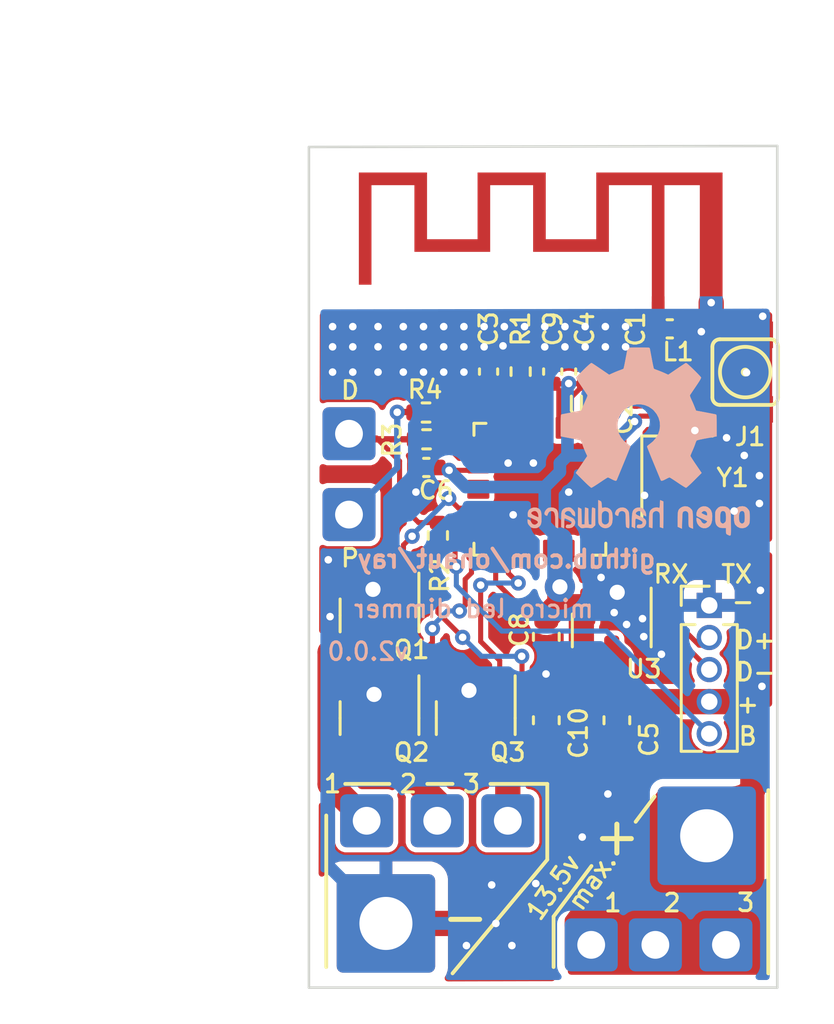
<source format=kicad_pcb>
(kicad_pcb (version 20211014) (generator pcbnew)
  (layers (0 "F.Cu" signal) (31 "B.Cu" signal) (34 "B.Paste" user) (35 "F.Paste" user) (36 "B.SilkS" user "B.Silkscreen") (37 "F.SilkS" user "F.Silkscreen") (38 "B.Mask" user) (39 "F.Mask" user) (44 "Edge.Cuts" user))
  (net 0 "")
  (net 1 "Net-(AE1-Pad1)")
  (net 2 "GND")
  (net 3 "Net-(C2-Pad1)")
  (net 8 "+3V3")
  (net 9 "Net-(P7-Pad1)")
  (net 11 "/PWM_DIMMER1")
  (net 12 "/BOOT")
  (net 13 "/PWM_DIMMER2")
  (net 14 "/PWM_DIMMER3")
  (net 15 "/TX")
  (net 22 "VIN")
  (net 23 "/USB_D-")
  (net 24 "Net-(U1-Pad29)")
  (net 25 "Net-(U1-Pad30)")
  (net 26 "/USB_D+")
  (net 27 "Net-(C3-Pad1)")
  (net 28 "/L1_GND")
  (net 29 "/L2_GND")
  (net 30 "/L3_GND")
  (net 31 "/RX")
  (net 32 "Net-(P4-Pad1)")
  (net 33 "Net-(R3-Pad2)")
  (net 34 "Net-(J1-Pad1)")
  (net 35 "Net-(U1-Pad9)")
  (footprint "Capacitor_SMD:C_0603_1608Metric" (layer "F.Cu") (at 140.462 109.982 -90)
    (fp_text reference "C10")
    (fp_text value "10uF")
  )
  (footprint "Connector_Wire:SolderWire-0.5sqmm_1x01_D0.9mm_OD2.1mm" (layer "F.Cu") (at 142.24 118.872)
    (fp_text reference "P2" hide)
    (fp_text value "PAD")
  )
  (footprint "Resistor_SMD:R_0402_1005Metric" (layer "F.Cu") (at 135.7 97.8)
    (fp_text reference "R4")
    (fp_text value "100")
  )
  (footprint "Capacitor_SMD:C_0402_1005Metric" (layer "F.Cu") (at 143.51 96.52 90)
    (fp_text reference "C2")
    (fp_text value "TBD" hide)
  )
  (footprint "Capacitor_SMD:C_0402_1005Metric" (layer "F.Cu") (at 145.3896 97.9424)
    (fp_text reference "C7")
    (fp_text value "1uF" hide)
  )
  (footprint "Capacitor_SMD:C_0402_1005Metric" (layer "F.Cu") (at 145.35 94.488)
    (fp_text reference "C1")
    (fp_text value "TBD" hide)
  )
  (footprint "Package_TO_SOT_SMD:SOT-23" (layer "F.Cu") (at 133.858 105.832 -90)
    (fp_text reference "Q1")
    (fp_text value "TSM2314 or IRLML6344TRPbF")
  )
  (footprint "Connector_Wire:SolderWirePad_1x01_SMD_1x2mm" (layer "F.Cu") (at 145.5928 103.124 90)
    (fp_text reference "P6" hide)
    (fp_text value "PAD")
  )
  (footprint "RF:coaxial_u.fl-r-smt-1" (layer "F.Cu") (at 148.3375 96.2 -90)
    (fp_text reference "J1")
    (fp_text value "Conn_Coaxial" hide)
  )
  (footprint "Connector_Wire:SolderWire-0.5sqmm_1x01_D0.9mm_OD2.1mm" (layer "F.Cu") (at 144.78 118.872)
    (fp_text reference "P1" hide)
    (fp_text value "PAD")
  )
  (footprint "Connector_PinHeader_1.27mm:PinHeader_1x05_P1.27mm_Vertical" (layer "F.Cu") (at 146.9136 105.4354)
    (fp_text reference "PG1" hide)
    (fp_text value "CONN_01X04")
  )
  (footprint "Crystal:Crystal_SMD_2520-4Pin_2.5x2.0mm" (layer "F.Cu") (at 145.6436 100.3808 -90)
    (fp_text reference "Y1")
    (fp_text value "40Mhz" hide)
  )
  (footprint "Connector_Wire:SolderWire-1.5sqmm_1x01_D1.7mm_OD3.9mm" (layer "F.Cu") (at 146.812 114.554)
    (fp_text reference "VIN1" hide)
    (fp_text value "WIRE")
  )
  (footprint "Resistor_SMD:R_0402_1005Metric" (layer "F.Cu") (at 136.1694 102.6668 90)
    (fp_text reference "R2")
    (fp_text value "10k")
  )
  (footprint "Connector_Wire:SolderWire-1.5sqmm_1x01_D1.7mm_OD3.9mm" (layer "F.Cu") (at 134.112 118.024)
    (fp_text reference "GND1" hide)
    (fp_text value "WIRE")
  )
  (footprint "Capacitor_SMD:C_0402_1005Metric" (layer "F.Cu") (at 138.176 96.18 90)
    (fp_text reference "C3")
    (fp_text value "100nF")
  )
  (footprint "Package_DFN_QFN:QFN-32-1EP_5x5mm_P0.5mm_EP3.45x3.45mm" (layer "F.Cu") (at 140.208 100.838 -90)
    (fp_text reference "U1")
    (fp_text value "ESP32-C3" hide)
  )
  (footprint "Capacitor_SMD:C_0603_1608Metric" (layer "F.Cu") (at 143.256 109.982 -90)
    (fp_text reference "C5")
    (fp_text value "10uF")
  )
  (footprint "Connector_Wire:SolderWire-0.5sqmm_1x01_D0.9mm_OD2.1mm" (layer "F.Cu") (at 138.938 113.96)
    (fp_text reference "N3" hide)
    (fp_text value "PAD")
  )
  (footprint "Resistor_SMD:R_0402_1005Metric" (layer "F.Cu") (at 135.72 98.86)
    (fp_text reference "R3")
    (fp_text value "4k7")
  )
  (footprint "Package_TO_SOT_SMD:SOT-23" (layer "F.Cu") (at 133.858 109.896 -90)
    (fp_text reference "Q2")
    (fp_text value "TSM2314 or IRLML6344TRPbF")
  )
  (footprint "Capacitor_SMD:C_0402_1005Metric" (layer "F.Cu") (at 141.986 96.18 90)
    (fp_text reference "C4")
    (fp_text value "1uF" hide)
  )
  (footprint "Connector_Wire:SolderWire-0.5sqmm_1x01_D0.9mm_OD2.1mm" (layer "F.Cu") (at 132.65 101.84)
    (fp_text reference "P7" hide)
    (fp_text value "PUSH")
  )
  (footprint "Inductor_SMD:L_0402_1005Metric" (layer "F.Cu") (at 144.8 95.968 -90)
    (fp_text reference "L1")
    (fp_text value "TBD" hide)
  )
  (footprint "Resistor_SMD:R_0402_1005Metric" (layer "F.Cu") (at 139.446 96.18 -90)
    (fp_text reference "R1")
    (fp_text value "100k")
  )
  (footprint "Inductor_SMD:L_0402_1005Metric" (layer "F.Cu") (at 145.315 96.4)
    (fp_text reference "L2" hide)
    (fp_text value "TBD")
  )
  (footprint "Capacitor_SMD:C_0402_1005Metric" (layer "F.Cu") (at 135.7122 99.9744 180)
    (fp_text reference "C6")
    (fp_text value "1uF" hide)
  )
  (footprint "Connector_Wire:SolderWirePad_1x01_SMD_1x2mm" (layer "F.Cu") (at 147.955 103.124 90)
    (fp_text reference "P5" hide)
    (fp_text value "PAD")
  )
  (footprint "Capacitor_SMD:C_0603_1608Metric" (layer "F.Cu") (at 140.462 106.68 -90)
    (fp_text reference "C8")
    (fp_text value "10uF")
  )
  (footprint "RF_Antenna:Texas_SWRA117D_2.4GHz_Left" (layer "F.Cu") (at 144.89 93.4505)
    (fp_text reference "AE1" hide)
    (fp_text value "Antenna" hide)
  )
  (footprint "Connector_Wire:SolderWire-0.5sqmm_1x01_D0.9mm_OD2.1mm" (layer "F.Cu") (at 136.144 113.96)
    (fp_text reference "N2" hide)
    (fp_text value "PAD")
  )
  (footprint "Connector_Wire:SolderWire-0.5sqmm_1x01_D0.9mm_OD2.1mm" (layer "F.Cu") (at 133.35 113.96)
    (fp_text reference "N1" hide)
    (fp_text value "PAD")
  )
  (footprint "Package_TO_SOT_SMD:SOT-23" (layer "F.Cu") (at 143.0528 106.426 -90)
    (fp_text reference "U3")
    (fp_text value "AP2210N-3.3TRG1" hide)
  )
  (footprint "Connector_Wire:SolderWire-0.5sqmm_1x01_D0.9mm_OD2.1mm" (layer "F.Cu") (at 147.574 118.872)
    (fp_text reference "P3" hide)
    (fp_text value "PAD")
  )
  (footprint "Connector_Wire:SolderWire-0.5sqmm_1x01_D0.9mm_OD2.1mm" (layer "F.Cu") (at 132.65 98.64)
    (fp_text reference "P4" hide)
    (fp_text value "RGB_OUT")
  )
  (footprint "Package_TO_SOT_SMD:SOT-23" (layer "F.Cu") (at 137.668 109.896 -90)
    (fp_text reference "Q3")
    (fp_text value "TSM2314 or IRLML6344TRPbF")
  )
  (footprint "Capacitor_SMD:C_0402_1005Metric" (layer "F.Cu") (at 140.716 96.18 90)
    (fp_text reference "C9")
    (fp_text value "1uF" hide)
  )
  (footprint "Symbol:OSHW-Logo2_9.8x8mm_SilkScreen" (layer "B.Cu") (at 144.12 98.94 180)
    (fp_text reference "REF**" hide)
    (fp_text value "OSHW-Logo2_9.8x8mm_SilkScreen" hide)
  )
  (gr_line (start 136.75 112.5) (end 135.75 112.5) (layer "F.SilkS") (width 0.15))
  (gr_line (start 144 114) (end 144.75 113) (layer "F.SilkS") (width 0.15))
  (gr_line (start 149.25 112.75) (end 149.25 120) (layer "F.SilkS") (width 0.15))
  (gr_line (start 140.5 115.5) (end 140.5 112.5) (layer "F.SilkS") (width 0.15))
  (gr_line (start 134.25 112.5) (end 132.5 112.5) (layer "F.SilkS") (width 0.15))
  (gr_line (start 140.5 112.5) (end 138.25 112.5) (layer "F.SilkS") (width 0.15))
  (gr_line (start 131.75 113.75) (end 131.75 119.75) (layer "F.SilkS") (width 0.15))
  (gr_line (start 140.75 119.75) (end 140.75 117.75) (layer "F.SilkS") (width 0.15))
  (gr_line (start 140.75 117.75) (end 142.25 115.75) (layer "F.SilkS") (width 0.15))
  (gr_line (start 136.75 120) (end 140.5 115.5) (layer "F.SilkS") (width 0.15))
  (gr_line (start 149.606 87.249) (end 149.606 120.564) (layer "Edge.Cuts") (width 0.1))
  (gr_line (start 149.606 120.564) (end 131.064 120.564) (layer "Edge.Cuts") (width 0.1))
  (gr_line (start 131.064 87.29) (end 149.606 87.249) (layer "Edge.Cuts") (width 0.1))
  (gr_line (start 131.064 120.564) (end 131.064 87.29) (layer "Edge.Cuts") (width 0.1))
  (gr_text "micro led dimmer" (at 137.59 105.57) (layer "B.SilkS") (effects (font (size 0.7 0.7) (thickness 0.12)) (justify mirror)))
  (gr_text "github.com/ohaut/ray" (at 138.88 103.6) (layer "B.SilkS") (effects (font (size 0.7 0.7)) (justify mirror)))
  (gr_text "v2.0.0" (at 133.4 107.26) (layer "B.SilkS") (effects (font (size 0.7 0.7) (thickness 0.12)) (justify mirror)))
  (gr_text "+" (at 148.4376 109.3414) (layer "F.SilkS") (effects (font (size 0.7 0.7) (thickness 0.12))))
  (gr_text "13.5v\n    max." (at 141.2 116.91 55) (layer "F.SilkS") (effects (font (size 0.7 0.7) (thickness 0.12))))
  (gr_text "D+" (at 148.75 106.8014) (layer "F.SilkS") (effects (font (size 0.7 0.7) (thickness 0.12))))
  (gr_text "3" (at 148.36 117.2) (layer "F.SilkS") (effects (font (size 0.7 0.7) (thickness 0.12))))
  (gr_text "RX" (at 145.4 104.2) (layer "F.SilkS") (effects (font (size 0.7 0.7) (thickness 0.12))))
  (gr_text "-\n" (at 148.25 105.2774) (layer "F.SilkS") (effects (font (size 0.7 0.7) (thickness 0.12))))
  (gr_text "D" (at 132.69 96.92) (layer "F.SilkS") (effects (font (size 0.7 0.7) (thickness 0.12))))
  (gr_text "+" (at 143.256 114.554) (layer "F.SilkS") (effects (font (size 1.5 1.5) (thickness 0.2))))
  (gr_text "3" (at 137.5 112.5) (layer "F.SilkS") (effects (font (size 0.7 0.7) (thickness 0.12))))
  (gr_text "1" (at 143.1 117.21) (layer "F.SilkS") (effects (font (size 0.7 0.7) (thickness 0.12))))
  (gr_text "2" (at 145.44 117.21) (layer "F.SilkS") (effects (font (size 0.7 0.7) (thickness 0.12))))
  (gr_text "1" (at 132 112.5) (layer "F.SilkS") (effects (font (size 0.7 0.7) (thickness 0.12))))
  (gr_text "P" (at 132.69 103.56) (layer "F.SilkS") (effects (font (size 0.7 0.7) (thickness 0.12))))
  (gr_text "TX\n" (at 148 104.2) (layer "F.SilkS") (effects (font (size 0.7 0.7) (thickness 0.12))))
  (gr_text "-" (at 137.25 117.75) (layer "F.SilkS") (effects (font (size 1.5 1.5) (thickness 0.2))))
  (gr_text "2" (at 135 112.5) (layer "F.SilkS") (effects (font (size 0.7 0.7) (thickness 0.12))))
  (gr_text "B" (at 148.4376 110.6114) (layer "F.SilkS") (effects (font (size 0.7 0.7) (thickness 0.12))))
  (gr_text "D-" (at 148.75 108.0714) (layer "F.SilkS") (effects (font (size 0.7 0.7) (thickness 0.12))))
  (segment (start 144.89 94.468) (end 144.87 94.488) (width 0.5) (layer "F.Cu") (net 1))
  (segment (start 144.87 94.488) (end 144.87 95.433) (width 0.5) (layer "F.Cu") (net 1))
  (segment (start 144.89 93.4505) (end 144.89 94.468) (width 0.5) (layer "F.Cu") (net 1))
  (segment (start 144.87 95.433) (end 144.92 95.483) (width 0.25) (layer "F.Cu") (net 1))
  (segment (start 141.8844 113.6156) (end 141.8844 111.0488) (width 1) (layer "F.Cu") (net 2))
  (segment (start 144.0028 106.3028) (end 144.32 106.62) (width 0.5) (layer "F.Cu") (net 2))
  (segment (start 137.324 118.024) (end 137.324 118.876) (width 1) (layer "F.Cu") (net 2))
  (segment (start 144.0028 105.4885) (end 143.841428 105.4885) (width 0.5) (layer "F.Cu") (net 2))
  (segment (start 147.505 94.725) (end 148.3375 94.725) (width 0.2) (layer "F.Cu") (net 2))
  (segment (start 146.3436 99.5058) (end 146.5067 99.5058) (width 0.2) (layer "F.Cu") (net 2))
  (segment (start 136.4 96.2) (end 137.2 96.2) (width 0.2) (layer "F.Cu") (net 2))
  (segment (start 141.2 95.2) (end 140.4 95.2) (width 0.2) (layer "F.Cu") (net 2))
  (segment (start 144.99 107.29) (end 145.03 107.29) (width 0.5) (layer "F.Cu") (net 2))
  (segment (start 138.8 94.4) (end 138.8 95.109715) (width 0.2) (layer "F.Cu") (net 2))
  (segment (start 141.2 94.4) (end 142 95.2) (width 0.2) (layer "F.Cu") (net 2))
  (segment (start 133.8 108.8) (end 133.6415 108.9585) (width 0.5) (layer "F.Cu") (net 2))
  (segment (start 137.324 118.024) (end 138.4652 118.024) (width 1) (layer "F.Cu") (net 2))
  (segment (start 138 95.2) (end 138 94.4) (width 0.2) (layer "F.Cu") (net 2))
  (segment (start 132.8 96.2) (end 133.8 96.2) (width 0.2) (layer "F.Cu") (net 2))
  (segment (start 148.9 100.3) (end 148.9 101.4) (width 0.2) (layer "F.Cu") (net 2))
  (segment (start 134.8 95.2) (end 134.8 94.4) (width 0.2) (layer "F.Cu") (net 2))
  (segment (start 136.4 95.2) (end 136.4 94.4) (width 0.2) (layer "F.Cu") (net 2))
  (segment (start 146.99 93.4505) (end 146.99 94.21) (width 1) (layer "F.Cu") (net 2))
  (segment (start 146.488 94.488) (end 146.6 94.6) (width 0.2) (layer "F.Cu") (net 2))
  (segment (start 140.4 94.4) (end 139.6 94.4) (width 0.2) (layer "F.Cu") (net 2))
  (segment (start 136.718 108.9585) (end 137.2415 108.9585) (width 0.5) (layer "F.Cu") (net 2))
  (segment (start 143.51 95.29) (end 143.6 95.2) (width 0.2) (layer "F.Cu") (net 2))
  (segment (start 142.8 94.4) (end 142 94.4) (width 0.2) (layer "F.Cu") (net 2))
  (segment (start 143.51 96.04) (end 143.51 95.29) (width 0.2) (layer "F.Cu") (net 2))
  (segment (start 141.8844 114.6048) (end 141.8844 113.6156) (width 1) (layer "F.Cu") (net 2))
  (segment (start 140.462 107.455) (end 140.462 108.138) (width 0.2) (layer "F.Cu") (net 2))
  (segment (start 141.8844 111.0488) (end 141.5926 110.757) (width 1) (layer "F.Cu") (net 2))
  (segment (start 142.6 112.9) (end 142.9 112.9) (width 1) (layer "F.Cu") (net 2))
  (segment (start 141.5926 110.757) (end 140.462 110.757) (width 1) (layer "F.Cu") (net 2))
  (segment (start 135.6 94.4) (end 135.6 95.2) (width 0.2) (layer "F.Cu") (net 2))
  (segment (start 146.99 94.21) (end 147.505 94.725) (width 0.2) (layer "F.Cu") (net 2))
  (segment (start 137.324 118.876) (end 137.3 118.9) (width 1) (layer "F.Cu") (net 2))
  (segment (start 138.4652 118.2652) (end 139.1 118.9) (width 1) (layer "F.Cu") (net 2))
  (segment (start 134.112 118.024) (end 137.324 118.024) (width 1) (layer "F.Cu") (net 2))
  (segment (start 146.3436 99.5058) (end 146.3436 98.4164) (width 0.2) (layer "F.Cu") (net 2))
  (segment (start 137.2 96.2) (end 137.7 95.7) (width 0.2) (layer "F.Cu") (net 2))
  (segment (start 144.9436 101.2558) (end 144.5258 101.2558) (width 0.5) (layer "F.Cu") (net 2))
  (segment (start 141.8844 113.6156) (end 142.6 112.9) (width 1) (layer "F.Cu") (net 2))
  (segment (start 138.8 116.5) (end 138.3 116.5) (width 1) (layer "F.Cu") (net 2))
  (segment (start 146.3436 98.4164) (end 145.8696 97.9424) (width 0.2) (layer "F.Cu") (net 2))
  (segment (start 143.6 94.4) (end 142.8 95.2) (width 0.2) (layer "F.Cu") (net 2))
  (segment (start 141.5926 110.757) (end 143.256 110.757) (width 1) (layer "F.Cu") (net 2))
  (segment (start 147.40625 98.60625) (end 148.3375 97.675) (width 0.2) (layer "F.Cu") (net 2))
  (segment (start 132.908 108.9585) (end 133.6415 108.9585) (width 0.5) (layer "F.Cu") (net 2))
  (segment (start 132.908 104.8945) (end 133.5055 104.8945) (width 0.5) (layer "F.Cu") (net 2))
  (segment (start 137.2415 108.9585) (end 137.4 108.8) (width 0.5) (layer "F.Cu") (net 2))
  (segment (start 138.4652 118.024) (end 139.3946 117.0946) (width 1) (layer "F.Cu") (net 2))
  (segment (start 135.2322 99.9744) (end 135.2322 100.8822) (width 0.5) (layer "F.Cu") (net 2))
  (segment (start 138.4652 118.024) (end 138.4652 118.2652) (width 1) (layer "F.Cu") (net 2))
  (segment (start 135.2322 100.8822) (end 135.3 100.95) (width 0.5) (layer "F.Cu") (net 2))
  (segment (start 146.99 94.21) (end 146.6 94.6) (width 0.2) (layer "F.Cu") (net 2))
  (segment (start 145.83 94.488) (end 146.488 94.488) (width 0.2) (layer "F.Cu") (net 2))
  (segment (start 139.3946 117.0946) (end 138.8 116.5) (width 1) (layer "F.Cu") (net 2))
  (segment (start 144.32 106.62) (end 144.99 107.29) (width 0.5) (layer "F.Cu") (net 2))
  (segment (start 133.5055 104.8945) (end 133.6 104.8) (width 0.5) (layer "F.Cu") (net 2))
  (segment (start 147.6 98.8) (end 148.3 99.5) (width 0.2) (layer "F.Cu") (net 2))
  (segment (start 132 95.2) (end 132 96.2) (width 0.2) (layer "F.Cu") (net 2))
  (segment (start 133.8 94.4) (end 133.8 95.2) (width 0.2) (layer "F.Cu") (net 2))
  (segment (start 144.0028 105.4885) (end 144.0028 106.3028) (width 0.5) (layer "F.Cu") (net 2))
  (segment (start 137.7 95.7) (end 138.176 95.7) (width 0.2) (layer "F.Cu") (net 2))
  (segment (start 138.8 95.109715) (end 138.747712 95.162003) (width 0.2) (layer "F.Cu") (net 2))
  (segment (start 132.8 94.4) (end 132 94.4) (width 0.2) (layer "F.Cu") (net 2))
  (segment (start 144.5258 101.2558) (end 144.35 101.08) (width 0.5) (layer "F.Cu") (net 2))
  (segment (start 143.841428 105.4885) (end 143.269846 104.916918) (width 0.5) (layer "F.Cu") (net 2))
  (segment (start 140.462 108.138) (end 140.45 108.15) (width 0.2) (layer "F.Cu") (net 2))
  (segment (start 147.40625 98.60625) (end 147.6 98.8) (width 0.2) (layer "F.Cu") (net 2))
  (segment (start 146.5067 99.5058) (end 147.40625 98.60625) (width 0.2) (layer "F.Cu") (net 2))
  (segment (start 134.8 96.2) (end 135.6 96.2) (width 0.2) (layer "F.Cu") (net 2))
  (segment (start 139.3946 117.0946) (end 141.8844 114.6048) (width 1) (layer "F.Cu") (net 2))
  (segment (start 132.8 95.2) (end 132.8 94.4) (width 0.2) (layer "F.Cu") (net 2))
  (segment (start 137.2 94.4) (end 137.2 95.2) (width 0.2) (layer "F.Cu") (net 2))
  (via (at 134.8 96.2) (size 0.6) (drill 0.3) (layers "F.Cu" "B.Cu") (net 2))
  (via (at 132 95.2) (size 0.6) (drill 0.3) (layers "F.Cu" "B.Cu") (net 2))
  (via (at 135.6 96.2) (size 0.6) (drill 0.3) (layers "F.Cu" "B.Cu") (net 2))
  (via (at 142 94.4) (size 0.6) (drill 0.3) (layers "F.Cu" "B.Cu") (net 2))
  (via (at 147.6 98.8) (size 0.6) (drill 0.3) (layers "F.Cu" "B.Cu") (net 2))
  (via (at 134.8 94.4) (size 0.6) (drill 0.3) (layers "F.Cu" "B.Cu") (net 2))
  (via (at 149.03 93.99) (size 0.6) (drill 0.3) (layers "F.Cu" "B.Cu") (net 2))
  (via (at 146.6 94.6) (size 0.6) (drill 0.3) (layers "F.Cu" "B.Cu") (net 2))
  (via (at 148.9 101.4) (size 0.6) (drill 0.3) (layers "F.Cu" "B.Cu") (net 2))
  (via (at 133.6415 108.9585) (size 1.2) (drill 0.6) (layers "F.Cu" "B.Cu") (net 2))
  (via (at 141.2 94.4) (size 0.6) (drill 0.3) (layers "F.Cu" "B.Cu") (net 2))
  (via (at 147.9 101.7) (size 0.6) (drill 0.3) (layers "F.Cu" "B.Cu") (net 2))
  (via (at 141.35 100.95) (size 0.6) (drill 0.3) (layers "F.Cu" "B.Cu") (net 2))
  (via (at 142.8 95.2) (size 0.6) (drill 0.3) (layers "F.Cu" "B.Cu") (net 2))
  (via (at 138.4652 118.024) (size 0.6) (drill 0.3) (layers "F.Cu" "B.Cu") (net 2))
  (via (at 137.3 118.9) (size 0.6) (drill 0.3) (layers "F.Cu" "B.Cu") (net 2))
  (via (at 139.15 101.85) (size 0.6) (drill 0.3) (layers "F.Cu" "B.Cu") (net 2))
  (via (at 132 96.2) (size 0.6) (drill 0.3) (layers "F.Cu" "B.Cu") (net 2))
  (via (at 146.3436 98.5124) (size 0.6) (drill 0.3) (layers "F.Cu" "B.Cu") (net 2))
  (via (at 132.8 95.2) (size 0.6) (drill 0.3) (layers "F.Cu" "B.Cu") (net 2))
  (via (at 133.6 104.8) (size 1.2) (drill 0.6) (layers "F.Cu" "B.Cu") (net 2))
  (via (at 148.94 104.84) (size 0.6) (drill 0.3) (layers "F.Cu" "B.Cu") (net 2))
  (via (at 135.3 100.95) (size 0.6) (drill 0.3) (layers "F.Cu" "B.Cu") (net 2))
  (via (at 139.6 94.4) (size 0.6) (drill 0.3) (layers "F.Cu" "B.Cu") (net 2))
  (via (at 135.6 94.4) (size 0.6) (drill 0.3) (layers "F.Cu" "B.Cu") (net 2))
  (via (at 132 94.4) (size 0.6) (drill 0.3) (layers "F.Cu" "B.Cu") (net 2))
  (via (at 143.15 105.72) (size 0.6) (drill 0.3) (layers "F.Cu" "B.Cu") (net 2))
  (via (at 144.35 101.08) (size 0.6) (drill 0.3) (layers "F.Cu" "B.Cu") (net 2))
  (via (at 140.4 94.4) (size 0.6) (drill 0.3) (layers "F.Cu" "B.Cu") (net 2))
  (via (at 138.3 116.5) (size 0.6) (drill 0.3) (layers "F.Cu" "B.Cu") (net 2))
  (via (at 133.8 95.2) (size 0.6) (drill 0.3) (layers "F.Cu" "B.Cu") (net 2))
  (via (at 148.9 100.3) (size 0.6) (drill 0.3) (layers "F.Cu" "B.Cu") (net 2))
  (via (at 137.2 94.4) (size 0.6) (drill 0.3) (layers "F.Cu" "B.Cu") (net 2))
  (via (at 143.6 94.4) (size 0.6) (drill 0.3) (layers "F.Cu" "B.Cu") (net 2))
  (via (at 133.8 94.4) (size 0.6) (drill 0.3) (layers "F.Cu" "B.Cu") (net 2))
  (via (at 137.2 96.2) (size 0.6) (drill 0.3) (layers "F.Cu" "B.Cu") (net 2))
  (via (at 145.02 107.37) (size 0.6) (drill 0.3) (layers "F.Cu" "B.Cu") (net 2))
  (via (at 143.64 106.19) (size 0.6) (drill 0.3) (layers "F.Cu" "B.Cu") (net 2))
  (via (at 140.4 95.2) (size 0.6) (drill 0.3) (layers "F.Cu" "B.Cu") (net 2))
  (via (at 133.8 96.2) (size 0.6) (drill 0.3) (layers "F.Cu" "B.Cu") (net 2))
  (via (at 141.2 95.2) (size 0.6) (drill 0.3) (layers "F.Cu" "B.Cu") (net 2))
  (via (at 131.9 105.88) (size 0.6) (drill 0.3) (layers "F.Cu" "B.Cu") (net 2))
  (via (at 137.4 108.8) (size 1.2) (drill 0.6) (layers "F.Cu" "B.Cu") (net 2))
  (via (at 144.32 106.67) (size 0.6) (drill 0.3) (layers "F.Cu" "B.Cu") (net 2))
  (via (at 148.39 96.22) (size 0.6) (drill 0.3) (layers "F.Cu" "B.Cu") (net 2))
  (via (at 131.83 103.63) (size 0.6) (drill 0.3) (layers "F.Cu" "B.Cu") (net 2))
  (via (at 132.8 94.4) (size 0.6) (drill 0.3) (layers "F.Cu" "B.Cu") (net 2))
  (via (at 135.6 95.2) (size 0.6) (drill 0.3) (layers "F.Cu" "B.Cu") (net 2))
  (via (at 144.27 105.96) (size 0.6) (drill 0.3) (layers "F.Cu" "B.Cu") (net 2))
  (via (at 136.4 94.4) (size 0.6) (drill 0.3) (layers "F.Cu" "B.Cu") (net 2))
  (via (at 132.8 96.2) (size 0.6) (drill 0.3) (layers "F.Cu" "B.Cu") (net 2))
  (via (at 139.1 118.9) (size 0.6) (drill 0.3) (layers "F.Cu" "B.Cu") (net 2))
  (via (at 138 94.4) (size 0.6) (drill 0.3) (layers "F.Cu" "B.Cu") (net 2))
  (via (at 139.95 99.8) (size 0.6) (drill 0.3) (layers "F.Cu" "B.Cu") (net 2))
  (via (at 140.0446 116.4446) (size 0.6) (drill 0.3) (layers "F.Cu" "B.Cu") (net 2))
  (via (at 149 108.64) (size 0.6) (drill 0.3) (layers "F.Cu" "B.Cu") (net 2))
  (via (at 141.8844 114.6048) (size 0.6) (drill 0.3) (layers "F.Cu" "B.Cu") (net 2))
  (via (at 143.269846 104.916918) (size 1.2) (drill 0.6) (layers "F.Cu" "B.Cu") (net 2))
  (via (at 142.8 94.4) (size 0.6) (drill 0.3) (layers "F.Cu" "B.Cu") (net 2))
  (via (at 134.8 95.2) (size 0.6) (drill 0.3) (layers "F.Cu" "B.Cu") (net 2))
  (via (at 143.6 95.2) (size 0.6) (drill 0.3) (layers "F.Cu" "B.Cu") (net 2))
  (via (at 138.95 99.8) (size 0.6) (drill 0.3) (layers "F.Cu" "B.Cu") (net 2))
  (via (at 142.9 112.9) (size 0.6) (drill 0.3) (layers "F.Cu" "B.Cu") (net 2))
  (via (at 140.45 108.15) (size 0.6) (drill 0.3) (layers "F.Cu" "B.Cu") (net 2))
  (via (at 136.4 96.2) (size 0.6) (drill 0.3) (layers "F.Cu" "B.Cu") (net 2))
  (via (at 142.63 104.33) (size 0.6) (drill 0.3) (layers "F.Cu" "B.Cu") (net 2))
  (via (at 137.2 95.2) (size 0.6) (drill 0.3) (layers "F.Cu" "B.Cu") (net 2))
  (via (at 148.3 99.5) (size 0.6) (drill 0.3) (layers "F.Cu" "B.Cu") (net 2))
  (via (at 138.747712 95.162003) (size 0.6) (drill 0.3) (layers "F.Cu" "B.Cu") (net 2))
  (via (at 138 95.2) (size 0.6) (drill 0.3) (layers "F.Cu" "B.Cu") (net 2))
  (via (at 142 95.2) (size 0.6) (drill 0.3) (layers "F.Cu" "B.Cu") (net 2))
  (via (at 136.4 95.2) (size 0.6) (drill 0.3) (layers "F.Cu" "B.Cu") (net 2))
  (via (at 138.8 94.4) (size 0.6) (drill 0.3) (layers "F.Cu" "B.Cu") (net 2))
  (segment (start 140.4 95.2) (end 140.4 94.4) (width 0.2) (layer "B.Cu") (net 2))
  (segment (start 134.4 101.85) (end 135.3 100.95) (width 0.5) (layer "B.Cu") (net 2))
  (segment (start 146.3436 98.5124) (end 147.3124 98.5124) (width 0.5) (layer "B.Cu") (net 2))
  (segment (start 137.2 96.2) (end 137.2 97.5) (width 0.2) (layer "B.Cu") (net 2))
  (segment (start 138.747712 95.162003) (end 138.037997 95.162003) (width 0.2) (layer "B.Cu") (net 2))
  (segment (start 143.6 95.2) (end 143.6 94.4) (width 0.2) (layer "B.Cu") (net 2))
  (segment (start 133.6415 108.9585) (end 131.85 110.75) (width 0.5) (layer "B.Cu") (net 2))
  (segment (start 131.85 110.75) (end 131.85 115.762) (width 0.5) (layer "B.Cu") (net 2))
  (segment (start 135.6 96.2) (end 136.4 96.2) (width 0.2) (layer "B.Cu") (net 2))
  (segment (start 148.9 101.4) (end 148.2 101.4) (width 0.2) (layer "B.Cu") (net 2))
  (segment (start 137.45 101.85) (end 139.15 101.85) (width 0.5) (layer "B.Cu") (net 2))
  (segment (start 131.85 115.762) (end 134.112 118.024) (width 0.5) (layer "B.Cu") (net 2))
  (segment (start 143.269846 102.869846) (end 142.925 102.525) (width 0.5) (layer "B.Cu") (net 2))
  (segment (start 132 94.4) (end 132 95.2) (width 0.2) (layer "B.Cu") (net 2))
  (segment (start 134.5 104.8) (end 137.45 101.85) (width 0.5) (layer "B.Cu") (net 2))
  (segment (start 137.2 97.5) (end 138.75 99.05) (width 0.2) (layer "B.Cu") (net 2))
  (segment (start 142.8 95.2) (end 142.8 94.4) (width 0.2) (layer "B.Cu") (net 2))
  (segment (start 138.75 99.05) (end 138.75 99.6) (width 0.2) (layer "B.Cu") (net 2))
  (segment (start 148.2 101.4) (end 147.9 101.7) (width 0.2) (layer "B.Cu") (net 2))
  (segment (start 147.6 95.6) (end 146.6 94.6) (width 0.2) (layer "B.Cu") (net 2))
  (segment (start 142 95.2) (end 141.2 95.2) (width 0.2) (layer "B.Cu") (net 2))
  (segment (start 134.65 111.35) (end 136.25 111.35) (width 0.5) (layer "B.Cu") (net 2))
  (segment (start 143.788328 105.4354) (end 143.269846 104.916918) (width 0.5) (layer "B.Cu") (net 2))
  (segment (start 136.4 94.4) (end 135.6 94.4) (width 0.2) (layer "B.Cu") (net 2))
  (segment (start 142.925 102.525) (end 141.35 100.95) (width 0.5) (layer "B.Cu") (net 2))
  (segment (start 133.6 108.917) (end 133.6415 108.9585) (width 0.5) (layer "B.Cu") (net 2))
  (segment (start 142 94.4) (end 141.2 94.4) (width 0.2) (layer "B.Cu") (net 2))
  (segment (start 133.6415 110.3415) (end 134.65 111.35) (width 0.5) (layer "B.Cu") (net 2))
  (segment (start 137.2 95.2) (end 136.4 95.2) (width 0.2) (layer "B.Cu") (net 2))
  (segment (start 148.3 99.5) (end 148.3 99.7) (width 0.2) (layer "B.Cu") (net 2))
  (segment (start 133.6 104.8) (end 133.6 108.917) (width 0.5) (layer "B.Cu") (net 2))
  (segment (start 138 94.4) (end 137.2 94.4) (width 0.2) (layer "B.Cu") (net 2))
  (segment (start 139.6 94.4) (end 138.8 94.4) (width 0.2) (layer "B.Cu") (net 2))
  (segment (start 143.269846 104.916918) (end 143.269846 102.869846) (width 0.5) (layer "B.Cu") (net 2))
  (segment (start 133.6 104.8) (end 134.4 104) (width 0.5) (layer "B.Cu") (net 2))
  (segment (start 133.8 95.2) (end 132.8 95.2) (width 0.2) (layer "B.Cu") (net 2))
  (segment (start 142.925 102.525) (end 142.925 102.505) (width 0.5) (layer "B.Cu") (net 2))
  (segment (start 144.35 100.506) (end 144.35 101.08) (width 0.5) (layer "B.Cu") (net 2))
  (segment (start 134.8 94.4) (end 133.8 94.4) (width 0.2) (layer "B.Cu") (net 2))
  (segment (start 137.4 110.2) (end 137.4 108.8) (width 0.5) (layer "B.Cu") (net 2))
  (segment (start 146.3436 98.5124) (end 144.35 100.506) (width 0.5) (layer "B.Cu") (net 2))
  (segment (start 133.6415 108.9585) (end 133.6415 110.3415) (width 0.5) (layer "B.Cu") (net 2))
  (segment (start 138.75 99.6) (end 138.95 99.8) (width 0.2) (layer "B.Cu") (net 2))
  (segment (start 134.4 104) (end 134.4 101.85) (width 0.5) (layer "B.Cu") (net 2))
  (segment (start 147.6 98.8) (end 147.6 95.6) (width 0.2) (layer "B.Cu") (net 2))
  (segment (start 132.8 94.4) (end 132.8 96.2) (width 0.2) (layer "B.Cu") (net 2))
  (segment (start 146.9136 105.4354) (end 143.788328 105.4354) (width 0.5) (layer "B.Cu") (net 2))
  (segment (start 142.925 102.505) (end 144.35 101.08) (width 0.5) (layer "B.Cu") (net 2))
  (segment (start 133.6 104.8) (end 134.5 104.8) (width 0.5) (layer "B.Cu") (net 2))
  (segment (start 136.25 111.35) (end 137.4 110.2) (width 0.5) (layer "B.Cu") (net 2))
  (segment (start 138.037997 95.162003) (end 138 95.2) (width 0.2) (layer "B.Cu") (net 2))
  (segment (start 138.95 99.8) (end 139.95 99.8) (width 0.2) (layer "B.Cu") (net 2))
  (segment (start 143.8 94.6) (end 143.6 94.4) (width 0.2) (layer "B.Cu") (net 2))
  (segment (start 148.3 99.7) (end 148.9 100.3) (width 0.2) (layer "B.Cu") (net 2))
  (segment (start 146.6 94.6) (end 143.8 94.6) (width 0.2) (layer "B.Cu") (net 2))
  (segment (start 139.8 108.8) (end 140.45 108.15) (width 0.5) (layer "B.Cu") (net 2))
  (segment (start 147.3124 98.5124) (end 147.6 98.8) (width 0.5) (layer "B.Cu") (net 2))
  (segment (start 135.6 95.2) (end 134.8 95.2) (width 0.2) (layer "B.Cu") (net 2))
  (segment (start 133.8 96.2) (end 134.8 96.2) (width 0.2) (layer "B.Cu") (net 2))
  (segment (start 137.4 108.8) (end 139.8 108.8) (width 0.5) (layer "B.Cu") (net 2))
  (segment (start 143.416214 97.028) (end 143.930786 97.028) (width 0.25) (layer "F.Cu") (net 3))
  (segment (start 141.958 98.4005) (end 141.958 98.072) (width 0.25) (layer "F.Cu") (net 3))
  (segment (start 144.637893 96.735107) (end 144.92 96.453) (width 0.25) (layer "F.Cu") (net 3))
  (segment (start 141.958 98.072) (end 142.709107 97.320893) (width 0.25) (layer "F.Cu") (net 3))
  (arc (start 144.637893 96.735107) (mid 144.31347 96.95188) (end 143.930786 97.028) (width 0.25) (layer "F.Cu") (net 3))
  (arc (start 142.709107 97.320893) (mid 143.03353 97.10412) (end 143.416214 97.028) (width 0.25) (layer "F.Cu") (net 3))
  (segment (start 142.6455 99.588) (end 143.109 99.588) (width 0.2) (layer "F.Cu") (net 8))
  (segment (start 141.143 109.157) (end 140.462 109.157) (width 1) (layer "F.Cu") (net 8))
  (segment (start 141.986 96.66) (end 141.36 96.66) (width 0.2) (layer "F.Cu") (net 8))
  (segment (start 137.7705 100.088) (end 136.3058 100.088) (width 0.2) (layer "F.Cu") (net 8))
  (segment (start 141.85 108.45) (end 141.143 109.157) (width 1) (layer "F.Cu") (net 8))
  (segment (start 138.458 103.2755) (end 138.458 104.508) (width 0.2) (layer "F.Cu") (net 8))
  (segment (start 142.1028 105.4885) (end 140.8785 105.4885) (width 1) (layer "F.Cu") (net 8))
  (segment (start 141.458 98.4005) (end 141.458 97.188) (width 0.2) (layer "F.Cu") (net 8))
  (segment (start 143.9564 98.1564) (end 144.1704 97.9424) (width 0.2) (layer "F.Cu") (net 8))
  (segment (start 141.36 96.66) (end 141.35 96.65) (width 0.2) (layer "F.Cu") (net 8))
  (segment (start 138.458 104.508) (end 139.855 105.905) (width 0.2) (layer "F.Cu") (net 8))
  (segment (start 143.5354 99.1616) (end 143.5354 98.5774) (width 0.2) (layer "F.Cu") (net 8))
  (segment (start 141.85 105.7413) (end 141.85 108.45) (width 1) (layer "F.Cu") (net 8))
  (segment (start 142.1028 105.4885) (end 141.85 105.7413) (width 1) (layer "F.Cu") (net 8))
  (segment (start 136.3058 100.088) (end 136.1922 99.9744) (width 0.2) (layer "F.Cu") (net 8))
  (segment (start 140.958 98.4005) (end 140.958 96.902) (width 0.2) (layer "F.Cu") (net 8))
  (segment (start 142.6455 99.088) (end 143.0248 99.088) (width 0.2) (layer "F.Cu") (net 8))
  (segment (start 143.5354 98.5774) (end 143.9564 98.1564) (width 0.2) (layer "F.Cu") (net 8))
  (segment (start 140.5512 96.66) (end 139.5612 95.67) (width 0.2) (layer "F.Cu") (net 8))
  (segment (start 140.462 105.905) (end 141 105.367) (width 1) (layer "F.Cu") (net 8))
  (segment (start 140.958 96.902) (end 140.716 96.66) (width 0.2) (layer "F.Cu") (net 8))
  (segment (start 144.1704 97.9424) (end 144.9096 97.9424) (width 0.2) (layer "F.Cu") (net 8))
  (segment (start 139.855 105.905) (end 140.462 105.905) (width 0.2) (layer "F.Cu") (net 8))
  (segment (start 139.5612 95.67) (end 139.446 95.67) (width 0.2) (layer "F.Cu") (net 8))
  (segment (start 141.458 97.188) (end 141.986 96.66) (width 0.2) (layer "F.Cu") (net 8))
  (segment (start 141.34 96.66) (end 141.35 96.65) (width 0.2) (layer "F.Cu") (net 8))
  (segment (start 143.0248 99.088) (end 143.5354 98.5774) (width 0.2) (layer "F.Cu") (net 8))
  (segment (start 141 105.367) (end 141 104.7) (width 1) (layer "F.Cu") (net 8))
  (segment (start 140.716 96.66) (end 141.34 96.66) (width 0.2) (layer "F.Cu") (net 8))
  (segment (start 140.8785 105.4885) (end 140.462 105.905) (width 1) (layer "F.Cu") (net 8))
  (segment (start 143.109 99.588) (end 143.5354 99.1616) (width 0.2) (layer "F.Cu") (net 8))
  (segment (start 140.716 96.66) (end 140.5512 96.66) (width 0.2) (layer "F.Cu") (net 8))
  (via (at 141.35 96.65) (size 0.6) (drill 0.3) (layers "F.Cu" "B.Cu") (net 8))
  (via (at 136.612 100.088) (size 0.6) (drill 0.3) (layers "F.Cu" "B.Cu") (net 8))
  (via (at 143.9564 98.1564) (size 0.6) (drill 0.3) (layers "F.Cu" "B.Cu") (net 8))
  (via (at 141 104.7) (size 1.2) (drill 0.6) (layers "F.Cu" "B.Cu") (net 8))
  (segment (start 137.274 100.75) (end 140.4 100.75) (width 0.5) (layer "B.Cu") (net 8))
  (segment (start 140.4 102.25) (end 141 102.85) (width 0.5) (layer "B.Cu") (net 8))
  (segment (start 140.4 100.75) (end 140.4 102.25) (width 0.5) (layer "B.Cu") (net 8))
  (segment (start 141 99.8) (end 141 100.15) (width 0.5) (layer "B.Cu") (net 8))
  (segment (start 136.612 100.088) (end 137.274 100.75) (width 0.5) (layer "B.Cu") (net 8))
  (segment (start 141 99.8) (end 141.3 99.5) (width 0.5) (layer "B.Cu") (net 8))
  (segment (start 141.3 99.5) (end 141.3 96.7) (width 0.5) (layer "B.Cu") (net 8))
  (segment (start 141 104.7) (end 141 102.85) (width 1) (layer "B.Cu") (net 8))
  (segment (start 141.3 96.7) (end 141.35 96.65) (width 0.5) (layer "B.Cu") (net 8))
  (segment (start 143.9564 98.1936) (end 143.9564 98.1564) (width 0.5) (layer "B.Cu") (net 8))
  (segment (start 141 100.15) (end 140.4 100.75) (width 0.5) (layer "B.Cu") (net 8))
  (segment (start 141.3 99.5) (end 142.65 99.5) (width 0.5) (layer "B.Cu") (net 8))
  (segment (start 142.65 99.5) (end 143.9564 98.1936) (width 0.5) (layer "B.Cu") (net 8))
  (segment (start 134.58 97.79) (end 134.56 97.79) (width 0.25) (layer "F.Cu") (net 9))
  (segment (start 134.59 97.78) (end 134.58 97.79) (width 0.25) (layer "F.Cu") (net 9))
  (segment (start 135.17 97.78) (end 134.59 97.78) (width 0.25) (layer "F.Cu") (net 9))
  (segment (start 135.19 97.8) (end 135.17 97.78) (width 0.25) (layer "F.Cu") (net 9))
  (via (at 134.56 97.79) (size 0.6) (drill 0.3) (layers "F.Cu" "B.Cu") (net 9))
  (segment (start 134.56 97.79) (end 134.56 99.98) (width 0.25) (layer "B.Cu") (net 9))
  (segment (start 134.56 99.98) (end 132.7 101.84) (width 0.25) (layer "B.Cu") (net 9))
  (segment (start 137.7705 101.588) (end 136.988 101.588) (width 0.2) (layer "F.Cu") (net 11))
  (segment (start 136.988 101.588) (end 136.6 101.2) (width 0.2) (layer "F.Cu") (net 11))
  (segment (start 134.808 103.04111) (end 135.1495 102.69961) (width 0.2) (layer "F.Cu") (net 11))
  (segment (start 134.808 104.8945) (end 134.808 103.04111) (width 0.2) (layer "F.Cu") (net 11))
  (via (at 136.6 101.2) (size 0.6) (drill 0.3) (layers "F.Cu" "B.Cu") (net 11))
  (via (at 135.1495 102.69961) (size 0.6) (drill 0.3) (layers "F.Cu" "B.Cu") (net 11))
  (segment (start 135.1495 102.6505) (end 135.1495 102.69961) (width 0.2) (layer "B.Cu") (net 11))
  (segment (start 136.6 101.2) (end 135.1495 102.6505) (width 0.2) (layer "B.Cu") (net 11))
  (segment (start 136.85 102.35) (end 136.85 104) (width 0.2) (layer "F.Cu") (net 12))
  (segment (start 136.85 104) (end 136.9 103.95) (width 0.2) (layer "F.Cu") (net 12))
  (segment (start 137.112 102.088) (end 136.85 102.35) (width 0.2) (layer "F.Cu") (net 12))
  (segment (start 137.7705 102.088) (end 137.112 102.088) (width 0.2) (layer "F.Cu") (net 12))
  (segment (start 136.9 103.95) (end 136.9 103.9) (width 0.2) (layer "F.Cu") (net 12))
  (via (at 136.9 103.9) (size 0.6) (drill 0.3) (layers "F.Cu" "B.Cu") (net 12))
  (segment (start 136.9 104.65) (end 138.7 106.45) (width 0.2) (layer "B.Cu") (net 12))
  (segment (start 138.7 106.45) (end 142.8482 106.45) (width 0.2) (layer "B.Cu") (net 12))
  (segment (start 142.8482 106.45) (end 146.9136 110.5154) (width 0.2) (layer "B.Cu") (net 12))
  (segment (start 136.9 103.9) (end 136.9 104.65) (width 0.2) (layer "B.Cu") (net 12))
  (segment (start 137.4 103.551471) (end 137.5 103.651471) (width 0.2) (layer "F.Cu") (net 13))
  (segment (start 137.25 104.398529) (end 137.25 105.426834) (width 0.2) (layer "F.Cu") (net 13))
  (segment (start 137.512 102.588) (end 137.4 102.7) (width 0.2) (layer "F.Cu") (net 13))
  (segment (start 137.7705 102.588) (end 137.512 102.588) (width 0.2) (layer "F.Cu") (net 13))
  (segment (start 137.5 104.148529) (end 137.25 104.398529) (width 0.2) (layer "F.Cu") (net 13))
  (segment (start 135.953668 106.896332) (end 135.953668 106.351491) (width 0.2) (layer "F.Cu") (net 13))
  (segment (start 137.5 103.651471) (end 137.5 104.148529) (width 0.2) (layer "F.Cu") (net 13))
  (segment (start 137.25 105.426834) (end 137.021874 105.65496) (width 0.2) (layer "F.Cu") (net 13))
  (segment (start 137.4 102.7) (end 137.4 103.551471) (width 0.2) (layer "F.Cu") (net 13))
  (segment (start 134.808 108.042) (end 135.953668 106.896332) (width 0.2) (layer "F.Cu") (net 13))
  (segment (start 134.808 108.9585) (end 134.808 108.042) (width 0.2) (layer "F.Cu") (net 13))
  (via (at 135.953668 106.351491) (size 0.6) (drill 0.3) (layers "F.Cu" "B.Cu") (net 13))
  (via (at 137.021874 105.65496) (size 0.6) (drill 0.3) (layers "F.Cu" "B.Cu") (net 13))
  (segment (start 137.021874 105.65496) (end 136.54504 105.65496) (width 0.2) (layer "B.Cu") (net 13))
  (segment (start 136.54504 105.65496) (end 135.953668 106.246332) (width 0.2) (layer "B.Cu") (net 13))
  (segment (start 135.953668 106.246332) (end 135.953668 106.351491) (width 0.2) (layer "B.Cu") (net 13))
  (segment (start 137.863222 104.633129) (end 137.863222 106.863222) (width 0.2) (layer "F.Cu") (net 14))
  (segment (start 137.863222 106.863222) (end 138.618 107.618) (width 0.2) (layer "F.Cu") (net 14))
  (segment (start 138.958 103.2755) (end 138.958 104.158) (width 0.2) (layer "F.Cu") (net 14))
  (segment (start 138.618 107.618) (end 138.618 108.9585) (width 0.2) (layer "F.Cu") (net 14))
  (segment (start 138.958 104.158) (end 139.35 104.55) (width 0.2) (layer "F.Cu") (net 14))
  (via (at 139.35 104.55) (size 0.6) (drill 0.3) (layers "F.Cu" "B.Cu") (net 14))
  (via (at 137.863222 104.633129) (size 0.6) (drill 0.3) (layers "F.Cu" "B.Cu") (net 14))
  (segment (start 137.946351 104.55) (end 139.35 104.55) (width 0.2) (layer "B.Cu") (net 14))
  (segment (start 137.863222 104.633129) (end 137.946351 104.55) (width 0.2) (layer "B.Cu") (net 14))
  (segment (start 142.6455 101.088) (end 143.258886 101.088) (width 0.2) (layer "F.Cu") (net 15))
  (segment (start 147.1422 102.3112) (end 147.955 103.124) (width 0.2) (layer "F.Cu") (net 15))
  (segment (start 143.258886 101.088) (end 144.482086 102.3112) (width 0.2) (layer "F.Cu") (net 15))
  (segment (start 144.482086 102.3112) (end 147.1422 102.3112) (width 0.2) (layer "F.Cu") (net 15))
  (segment (start 143.2944 109.2454) (end 143.256 109.207) (width 1) (layer "F.Cu") (net 22))
  (segment (start 139.5 109.65) (end 139.807 109.957) (width 0.2) (layer "F.Cu") (net 22))
  (segment (start 143.256 107.5667) (end 143.0528 107.3635) (width 0.5) (layer "F.Cu") (net 22))
  (segment (start 148.0312 109.2454) (end 148.6408 109.855) (width 1) (layer "F.Cu") (net 22))
  (segment (start 148.6408 109.855) (end 148.6408 112.7252) (width 1) (layer "F.Cu") (net 22))
  (segment (start 139.5 107.45) (end 139.5 109.65) (width 0.2) (layer "F.Cu") (net 22))
  (segment (start 142.24 118.872) (end 147.574 118.872) (width 2) (layer "F.Cu") (net 22))
  (segment (start 136.1694 105.7194) (end 137.1 106.65) (width 0.2) (layer "F.Cu") (net 22))
  (segment (start 146.9136 109.2454) (end 143.2944 109.2454) (width 1) (layer "F.Cu") (net 22))
  (segment (start 137.1 106.65) (end 137.15 106.7) (width 0.2) (layer "F.Cu") (net 22))
  (segment (start 136.1694 104.14) (end 136.1694 105.7194) (width 0.2) (layer "F.Cu") (net 22))
  (segment (start 144.78 116.586) (end 146.812 114.554) (width 2) (layer "F.Cu") (net 22))
  (segment (start 139.807 109.957) (end 142.506 109.957) (width 0.2) (layer "F.Cu") (net 22))
  (segment (start 144.78 118.872) (end 144.78 116.586) (width 2) (layer "F.Cu") (net 22))
  (segment (start 143.256 109.207) (end 143.256 107.5667) (width 1) (layer "F.Cu") (net 22))
  (segment (start 136.1694 103.1768) (end 136.1694 104.14) (width 0.2) (layer "F.Cu") (net 22))
  (segment (start 148.6408 112.7252) (end 146.812 114.554) (width 1) (layer "F.Cu") (net 22))
  (segment (start 146.9136 109.2454) (end 148.0312 109.2454) (width 1) (layer "F.Cu") (net 22))
  (segment (start 142.506 109.957) (end 143.256 109.207) (width 0.2) (layer "F.Cu") (net 22))
  (via (at 139.4875 107.45) (size 0.6) (drill 0.3) (layers "F.Cu" "B.Cu") (net 22))
  (via (at 137.15 106.7) (size 0.6) (drill 0.3) (layers "F.Cu" "B.Cu") (net 22))
  (segment (start 137.15 106.7) (end 137.9 107.45) (width 0.2) (layer "B.Cu") (net 22))
  (segment (start 137.9 107.45) (end 139.4875 107.45) (width 0.2) (layer "B.Cu") (net 22))
  (segment (start 146.9136 107.9754) (end 144.9578 106.0196) (width 0.2) (layer "F.Cu") (net 23))
  (segment (start 144.9578 106.0196) (end 144.9578 105.069604) (width 0.2) (layer "F.Cu") (net 23))
  (segment (start 143.697996 103.8098) (end 143.6878 103.8098) (width 0.2) (layer "F.Cu") (net 23))
  (segment (start 143.4084 102.9716) (end 143.6878 103.251) (width 0.2) (layer "F.Cu") (net 23))
  (segment (start 143.0248 102.588) (end 143.4084 102.9716) (width 0.2) (layer "F.Cu") (net 23))
  (segment (start 142.6455 102.588) (end 143.0248 102.588) (width 0.2) (layer "F.Cu") (net 23))
  (segment (start 143.6878 103.251) (end 143.6878 103.8098) (width 0.2) (layer "F.Cu") (net 23))
  (segment (start 144.9578 105.069604) (end 143.697996 103.8098) (width 0.2) (layer "F.Cu") (net 23))
  (segment (start 145.5674 100.3808) (end 146.3436 101.157) (width 0.2) (layer "F.Cu") (net 24))
  (segment (start 142.6455 100.588) (end 143.9364 100.588) (width 0.2) (layer "F.Cu") (net 24))
  (segment (start 144.1436 100.3808) (end 145.5674 100.3808) (width 0.2) (layer "F.Cu") (net 24))
  (segment (start 143.9364 100.588) (end 144.1436 100.3808) (width 0.2) (layer "F.Cu") (net 24))
  (segment (start 146.3436 101.157) (end 146.3436 101.2558) (width 0.2) (layer "F.Cu") (net 24))
  (segment (start 143.6624 100.076) (end 144.2326 99.5058) (width 0.2) (layer "F.Cu") (net 25))
  (segment (start 142.6575 100.076) (end 143.6624 100.076) (width 0.2) (layer "F.Cu") (net 25))
  (segment (start 142.6455 100.088) (end 142.6575 100.076) (width 0.2) (layer "F.Cu") (net 25))
  (segment (start 144.2326 99.5058) (end 144.9436 99.5058) (width 0.2) (layer "F.Cu") (net 25))
  (segment (start 144.0878 103.633918) (end 144.0878 103.085315) (width 0.2) (layer "F.Cu") (net 26))
  (segment (start 146.9136 106.7054) (end 146.6088 107.0102) (width 0.2) (layer "F.Cu") (net 26))
  (segment (start 144.0878 103.085315) (end 143.853485 102.851) (width 0.2) (layer "F.Cu") (net 26))
  (segment (start 143.853485 102.851) (end 143.853485 102.845833) (width 0.2) (layer "F.Cu") (net 26))
  (segment (start 146.514086 107.0102) (end 145.367643 105.863757) (width 0.2) (layer "F.Cu") (net 26))
  (segment (start 143.853485 102.845833) (end 143.095652 102.088) (width 0.2) (layer "F.Cu") (net 26))
  (segment (start 145.367643 105.863757) (end 145.367643 104.913761) (width 0.2) (layer "F.Cu") (net 26))
  (segment (start 145.367643 104.913761) (end 144.0878 103.633918) (width 0.2) (layer "F.Cu") (net 26))
  (segment (start 146.6088 107.0102) (end 146.514086 107.0102) (width 0.2) (layer "F.Cu") (net 26))
  (segment (start 143.095652 102.088) (end 142.6455 102.088) (width 0.2) (layer "F.Cu") (net 26))
  (segment (start 139.446 96.69) (end 139.446 96.8756) (width 0.2) (layer "F.Cu") (net 27))
  (segment (start 138.2544 96.66) (end 138.958 97.3636) (width 0.2) (layer "F.Cu") (net 27))
  (segment (start 138.958 97.3636) (end 138.958 98.4005) (width 0.2) (layer "F.Cu") (net 27))
  (segment (start 138.176 96.66) (end 138.2544 96.66) (width 0.2) (layer "F.Cu") (net 27))
  (segment (start 139.446 96.8756) (end 138.958 97.3636) (width 0.2) (layer "F.Cu") (net 27))
  (segment (start 132.4223 106.7695) (end 131.9022 107.2896) (width 1) (layer "F.Cu") (net 28))
  (segment (start 131.9022 112.5122) (end 133.35 113.96) (width 1) (layer "F.Cu") (net 28))
  (segment (start 131.9022 107.2896) (end 131.9022 112.5122) (width 1) (layer "F.Cu") (net 28))
  (segment (start 133.858 106.7695) (end 132.4223 106.7695) (width 1) (layer "F.Cu") (net 28))
  (segment (start 133.858 110.9472) (end 136.144 113.2332) (width 1) (layer "F.Cu") (net 29))
  (segment (start 133.858 110.3376) (end 133.858 110.8335) (width 1) (layer "F.Cu") (net 29))
  (segment (start 133.858 110.8335) (end 133.858 110.9472) (width 1) (layer "F.Cu") (net 29))
  (segment (start 136.144 113.2332) (end 136.144 113.96) (width 1) (layer "F.Cu") (net 29))
  (segment (start 138.938 112.268) (end 138.938 113.96) (width 1) (layer "F.Cu") (net 30))
  (segment (start 137.668 110.998) (end 138.938 112.268) (width 1) (layer "F.Cu") (net 30))
  (segment (start 137.668 110.3376) (end 137.668 110.8335) (width 1) (layer "F.Cu") (net 30))
  (segment (start 137.668 110.8335) (end 137.668 110.998) (width 1) (layer "F.Cu") (net 30))
  (segment (start 144.7292 103.124) (end 145.5928 103.124) (width 0.2) (layer "F.Cu") (net 31))
  (segment (start 142.6455 101.588) (end 143.1932 101.588) (width 0.2) (layer "F.Cu") (net 31))
  (segment (start 143.1932 101.588) (end 144.7292 103.124) (width 0.2) (layer "F.Cu") (net 31))
  (segment (start 134.6527 101.3973) (end 134.6527 101.4041) (width 0.2) (layer "F.Cu") (net 32))
  (segment (start 134.6527 101.3973) (end 134.6493 101.4007) (width 0.2) (layer "F.Cu") (net 32))
  (segment (start 135.21 98.86) (end 132.87 98.86) (width 0.25) (layer "F.Cu") (net 32))
  (segment (start 134.6527 101.4041) (end 135.4054 102.1568) (width 0.2) (layer "F.Cu") (net 32))
  (segment (start 134.6527 99.7227) (end 134.6527 101.3973) (width 0.2) (layer "F.Cu") (net 32))
  (segment (start 133.736 98.806) (end 134.6527 99.7227) (width 0.2) (layer "F.Cu") (net 32))
  (segment (start 132.969 98.806) (end 133.736 98.806) (width 0.2) (layer "F.Cu") (net 32))
  (segment (start 132.87 98.86) (end 132.65 98.64) (width 0.25) (layer "F.Cu") (net 32))
  (segment (start 135.4054 102.1568) (end 136.1694 102.1568) (width 0.2) (layer "F.Cu") (net 32))
  (segment (start 137.018 99.588) (end 136.29 98.86) (width 0.25) (layer "F.Cu") (net 33))
  (segment (start 136.29 98.86) (end 136.23 98.86) (width 0.25) (layer "F.Cu") (net 33))
  (segment (start 137.7705 99.588) (end 137.018 99.588) (width 0.25) (layer "F.Cu") (net 33))
  (segment (start 145.8 96.4) (end 146.6125 96.4) (width 0.2) (layer "F.Cu") (net 34))
  (segment (start 146.6125 96.4) (end 146.8125 96.2) (width 0.2) (layer "F.Cu") (net 34))
  (segment (start 136.86 98.25) (end 136.41 97.8) (width 0.25) (layer "F.Cu") (net 35))
  (segment (start 137.322 99.088) (end 137.32 99.09) (width 0.25) (layer "F.Cu") (net 35))
  (segment (start 136.86 98.64) (end 136.86 98.25) (width 0.25) (layer "F.Cu") (net 35))
  (segment (start 137.32 99.09) (end 137.31 99.09) (width 0.25) (layer "F.Cu") (net 35))
  (segment (start 136.41 97.8) (end 136.21 97.8) (width 0.25) (layer "F.Cu") (net 35))
  (segment (start 137.31 99.09) (end 136.86 98.64) (width 0.25) (layer "F.Cu") (net 35))
  (segment (start 137.7705 99.088) (end 137.322 99.088) (width 0.25) (layer "F.Cu") (net 35))
  (zone (net 22) (net_name "VIN") (layer "F.Cu") (name "VIN") (connect_pads yes (clearance 0.508)) (min_thickness 0.254) (fill yes (thermal_gap 0.508) (thermal_bridge_width 0.508))
    (polygon (pts (xy 149.2758 119.9642) (xy 148.844 120.3452) (xy 141.351 120.3198) (xy 141.1478 120.0658) (xy 141.0716 118.9736) (xy 141.1478 119.0498) (xy 141.1986 117.6528) (xy 144.8562 112.4458) (xy 149.2504 112.4204)))
  )
  (zone (net 2) (net_name "GND") (layer "F.Cu") (name "GND") (priority 1) (connect_pads thru_hole_only (clearance 0.2)) (min_thickness 0.254) (fill yes (thermal_gap 0.508) (thermal_bridge_width 0.508))
    (polygon (pts (xy 149.516093 112.08) (xy 144.746093 112.11) (xy 140.646093 117.7) (xy 140.826093 120.31) (xy 131.436093 120.33) (xy 131.496093 93.82) (xy 149.486093 93.82)))
  )
  (zone (net 2) (net_name "GND") (layer "B.Cu") (name "GND") (priority 1) (connect_pads (clearance 0.3)) (min_thickness 0.254) (fill yes (thermal_gap 0.508) (thermal_bridge_width 0.508))
    (polygon (pts (xy 149.52 112.018035) (xy 149.52 120.518035) (xy 143.52 120.518035) (xy 140.02 120.518035) (xy 131.52 120.518035) (xy 131.52 93.718035) (xy 149.54 93.688035)))
  )
)
</source>
